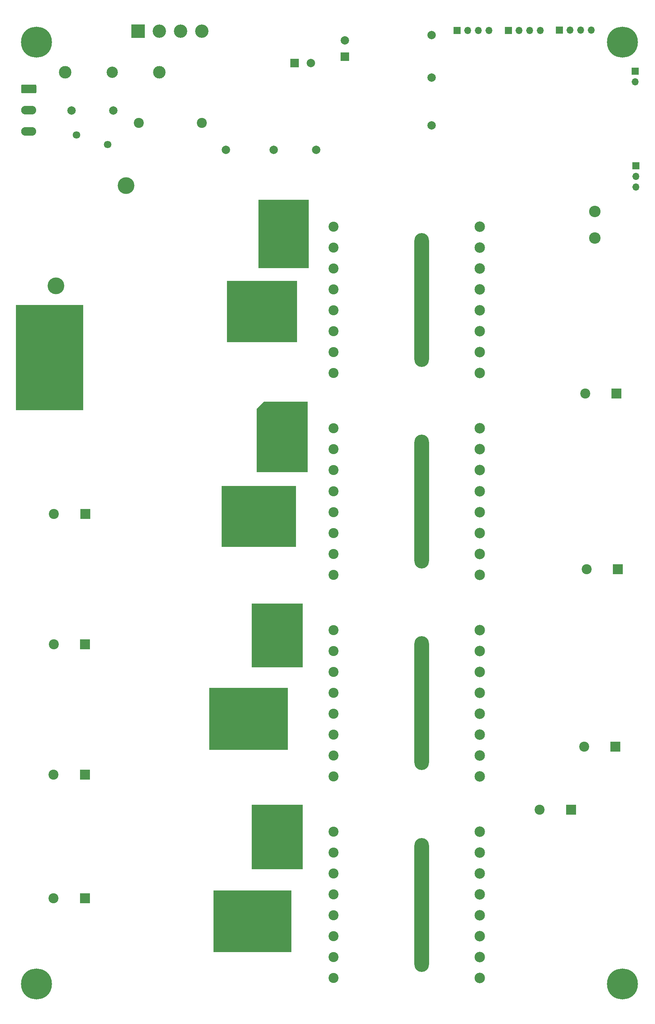
<source format=gbs>
%TF.GenerationSoftware,KiCad,Pcbnew,(5.1.2)-2*%
%TF.CreationDate,2020-11-17T15:03:31-05:00*%
%TF.ProjectId,multiphase_converter,6d756c74-6970-4686-9173-655f636f6e76,rev?*%
%TF.SameCoordinates,Original*%
%TF.FileFunction,Soldermask,Bot*%
%TF.FilePolarity,Negative*%
%FSLAX46Y46*%
G04 Gerber Fmt 4.6, Leading zero omitted, Abs format (unit mm)*
G04 Created by KiCad (PCBNEW (5.1.2)-2) date 2020-11-17 15:03:31*
%MOMM*%
%LPD*%
G04 APERTURE LIST*
%ADD10C,0.100000*%
%ADD11O,1.700000X1.700000*%
%ADD12R,1.700000X1.700000*%
%ADD13O,3.500000X32.000000*%
%ADD14C,2.500000*%
%ADD15C,2.400000*%
%ADD16C,2.750000*%
%ADD17C,7.400000*%
%ADD18C,1.800000*%
%ADD19C,2.000000*%
%ADD20R,2.000000X2.000000*%
%ADD21C,4.000000*%
%ADD22O,3.600000X2.080000*%
%ADD23C,2.080000*%
%ADD24C,2.700000*%
%ADD25C,3.000000*%
%ADD26R,3.200000X3.200000*%
%ADD27C,3.200000*%
%ADD28R,2.400000X2.400000*%
G04 APERTURE END LIST*
D10*
G36*
X56000000Y-112850000D02*
G01*
X40000000Y-112850000D01*
X40000000Y-87750000D01*
X56000000Y-87750000D01*
X56000000Y-112850000D01*
G37*
X56000000Y-112850000D02*
X40000000Y-112850000D01*
X40000000Y-87750000D01*
X56000000Y-87750000D01*
X56000000Y-112850000D01*
G36*
X110000000Y-78850000D02*
G01*
X98000000Y-78850000D01*
X98000000Y-62650000D01*
X110000000Y-62650000D01*
X110000000Y-78850000D01*
G37*
X110000000Y-78850000D02*
X98000000Y-78850000D01*
X98000000Y-62650000D01*
X110000000Y-62650000D01*
X110000000Y-78850000D01*
G36*
X105800000Y-242350000D02*
G01*
X87300000Y-242350000D01*
X87300000Y-227700000D01*
X105800000Y-227700000D01*
X105800000Y-242350000D01*
G37*
X105800000Y-242350000D02*
X87300000Y-242350000D01*
X87300000Y-227700000D01*
X105800000Y-227700000D01*
X105800000Y-242350000D01*
G36*
X108550000Y-222550000D02*
G01*
X96450000Y-222550000D01*
X96450000Y-207250000D01*
X108550000Y-207250000D01*
X108550000Y-222550000D01*
G37*
X108550000Y-222550000D02*
X96450000Y-222550000D01*
X96450000Y-207250000D01*
X108550000Y-207250000D01*
X108550000Y-222550000D01*
G36*
X105000000Y-194000000D02*
G01*
X86300000Y-194000000D01*
X86300000Y-179250000D01*
X105000000Y-179250000D01*
X105000000Y-194000000D01*
G37*
X105000000Y-194000000D02*
X86300000Y-194000000D01*
X86300000Y-179250000D01*
X105000000Y-179250000D01*
X105000000Y-194000000D01*
G36*
X108550000Y-174300000D02*
G01*
X96450000Y-174300000D01*
X96400000Y-159100000D01*
X108550000Y-159100000D01*
X108550000Y-174300000D01*
G37*
X108550000Y-174300000D02*
X96450000Y-174300000D01*
X96400000Y-159100000D01*
X108550000Y-159100000D01*
X108550000Y-174300000D01*
G36*
X106950000Y-145500000D02*
G01*
X89250000Y-145500000D01*
X89250000Y-131000000D01*
X106950000Y-131000000D01*
X106950000Y-145500000D01*
G37*
X106950000Y-145500000D02*
X89250000Y-145500000D01*
X89250000Y-131000000D01*
X106950000Y-131000000D01*
X106950000Y-145500000D01*
G36*
X109700000Y-127650000D02*
G01*
X97600000Y-127650000D01*
X97600000Y-112650000D01*
X99300000Y-110900000D01*
X109750000Y-110900000D01*
X109700000Y-127650000D01*
G37*
X109700000Y-127650000D02*
X97600000Y-127650000D01*
X97600000Y-112650000D01*
X99300000Y-110900000D01*
X109750000Y-110900000D01*
X109700000Y-127650000D01*
G36*
X107200000Y-96550000D02*
G01*
X90500000Y-96550000D01*
X90500000Y-82000000D01*
X107200000Y-82000000D01*
X107200000Y-96550000D01*
G37*
X107200000Y-96550000D02*
X90500000Y-96550000D01*
X90500000Y-82000000D01*
X107200000Y-82000000D01*
X107200000Y-96550000D01*
D11*
%TO.C,J7*%
X188250000Y-59580000D03*
X188250000Y-57040000D03*
D12*
X188250000Y-54500000D03*
%TD*%
D11*
%TO.C,J6*%
X188100000Y-34400000D03*
D12*
X188100000Y-31860000D03*
%TD*%
D13*
%TO.C,T4*%
X137050000Y-231150000D03*
D14*
X150950000Y-233650000D03*
X150950000Y-238650000D03*
X150950000Y-243650000D03*
X150950000Y-248650000D03*
X150950000Y-228650000D03*
X150950000Y-223650000D03*
X150950000Y-213650000D03*
X150950000Y-218650000D03*
D15*
X115950000Y-233650000D03*
X115950000Y-243650000D03*
X115950000Y-228650000D03*
X115950000Y-248650000D03*
X115950000Y-238650000D03*
X115950000Y-223650000D03*
X115950000Y-213650000D03*
X115950000Y-218650000D03*
%TD*%
D13*
%TO.C,T3*%
X137050000Y-182950000D03*
D14*
X150950000Y-185450000D03*
X150950000Y-190450000D03*
X150950000Y-195450000D03*
X150950000Y-200450000D03*
X150950000Y-180450000D03*
X150950000Y-175450000D03*
X150950000Y-165450000D03*
X150950000Y-170450000D03*
D15*
X115950000Y-185450000D03*
X115950000Y-195450000D03*
X115950000Y-180450000D03*
X115950000Y-200450000D03*
X115950000Y-190450000D03*
X115950000Y-175450000D03*
X115950000Y-165450000D03*
X115950000Y-170450000D03*
%TD*%
D13*
%TO.C,T2*%
X137050000Y-134750000D03*
D14*
X150950000Y-137250000D03*
X150950000Y-142250000D03*
X150950000Y-147250000D03*
X150950000Y-152250000D03*
X150950000Y-132250000D03*
X150950000Y-127250000D03*
X150950000Y-117250000D03*
X150950000Y-122250000D03*
D15*
X115950000Y-137250000D03*
X115950000Y-147250000D03*
X115950000Y-132250000D03*
X115950000Y-152250000D03*
X115950000Y-142250000D03*
X115950000Y-127250000D03*
X115950000Y-117250000D03*
X115950000Y-122250000D03*
%TD*%
D13*
%TO.C,T1*%
X137050000Y-86550000D03*
D14*
X150950000Y-89050000D03*
X150950000Y-94050000D03*
X150950000Y-99050000D03*
X150950000Y-104050000D03*
X150950000Y-84050000D03*
X150950000Y-79050000D03*
X150950000Y-69050000D03*
X150950000Y-74050000D03*
D15*
X115950000Y-89050000D03*
X115950000Y-99050000D03*
X115950000Y-84050000D03*
X115950000Y-104050000D03*
X115950000Y-94050000D03*
X115950000Y-79050000D03*
X115950000Y-69050000D03*
X115950000Y-74050000D03*
%TD*%
D16*
%TO.C,J3*%
X178450000Y-65425000D03*
X178450000Y-71775000D03*
%TD*%
D11*
%TO.C,J5*%
X177620000Y-22050000D03*
X175080000Y-22050000D03*
X172540000Y-22050000D03*
D12*
X170000000Y-22050000D03*
%TD*%
D11*
%TO.C,J4*%
X165420000Y-22100000D03*
X162880000Y-22100000D03*
X160340000Y-22100000D03*
D12*
X157800000Y-22100000D03*
%TD*%
D17*
%TO.C,H4*%
X44900000Y-250100000D03*
%TD*%
%TO.C,H3*%
X185100000Y-250100000D03*
%TD*%
%TO.C,H2*%
X185050000Y-24900000D03*
%TD*%
%TO.C,H1*%
X44900000Y-24900000D03*
%TD*%
D18*
%TO.C,RV1*%
X54500000Y-47100000D03*
X62000000Y-49400000D03*
%TD*%
D19*
%TO.C,PS2*%
X139460000Y-23210000D03*
X139460000Y-44800000D03*
X139460000Y-33370000D03*
X118700000Y-24500000D03*
D20*
X118700000Y-28400000D03*
%TD*%
D19*
%TO.C,PS1*%
X111840000Y-50710000D03*
X90250000Y-50710000D03*
X101680000Y-50710000D03*
X110550000Y-29950000D03*
D20*
X106650000Y-29950000D03*
%TD*%
D21*
%TO.C,L1*%
X49625784Y-83159620D03*
X66374216Y-59240380D03*
%TD*%
D22*
%TO.C,J2*%
X43100000Y-46260000D03*
X43100000Y-41180000D03*
D10*
G36*
X44674505Y-35061204D02*
G01*
X44698773Y-35064804D01*
X44722572Y-35070765D01*
X44745671Y-35079030D01*
X44767850Y-35089520D01*
X44788893Y-35102132D01*
X44808599Y-35116747D01*
X44826777Y-35133223D01*
X44843253Y-35151401D01*
X44857868Y-35171107D01*
X44870480Y-35192150D01*
X44880970Y-35214329D01*
X44889235Y-35237428D01*
X44895196Y-35261227D01*
X44898796Y-35285495D01*
X44900000Y-35309999D01*
X44900000Y-36890001D01*
X44898796Y-36914505D01*
X44895196Y-36938773D01*
X44889235Y-36962572D01*
X44880970Y-36985671D01*
X44870480Y-37007850D01*
X44857868Y-37028893D01*
X44843253Y-37048599D01*
X44826777Y-37066777D01*
X44808599Y-37083253D01*
X44788893Y-37097868D01*
X44767850Y-37110480D01*
X44745671Y-37120970D01*
X44722572Y-37129235D01*
X44698773Y-37135196D01*
X44674505Y-37138796D01*
X44650001Y-37140000D01*
X41549999Y-37140000D01*
X41525495Y-37138796D01*
X41501227Y-37135196D01*
X41477428Y-37129235D01*
X41454329Y-37120970D01*
X41432150Y-37110480D01*
X41411107Y-37097868D01*
X41391401Y-37083253D01*
X41373223Y-37066777D01*
X41356747Y-37048599D01*
X41342132Y-37028893D01*
X41329520Y-37007850D01*
X41319030Y-36985671D01*
X41310765Y-36962572D01*
X41304804Y-36938773D01*
X41301204Y-36914505D01*
X41300000Y-36890001D01*
X41300000Y-35309999D01*
X41301204Y-35285495D01*
X41304804Y-35261227D01*
X41310765Y-35237428D01*
X41319030Y-35214329D01*
X41329520Y-35192150D01*
X41342132Y-35171107D01*
X41356747Y-35151401D01*
X41373223Y-35133223D01*
X41391401Y-35116747D01*
X41411107Y-35102132D01*
X41432150Y-35089520D01*
X41454329Y-35079030D01*
X41477428Y-35070765D01*
X41501227Y-35064804D01*
X41525495Y-35061204D01*
X41549999Y-35060000D01*
X44650001Y-35060000D01*
X44674505Y-35061204D01*
X44674505Y-35061204D01*
G37*
D23*
X43100000Y-36100000D03*
%TD*%
D11*
%TO.C,J1*%
X153170000Y-22150000D03*
X150630000Y-22150000D03*
X148090000Y-22150000D03*
D12*
X145550000Y-22150000D03*
%TD*%
D24*
%TO.C,F1*%
X63050000Y-32100000D03*
D25*
X51800000Y-32100000D03*
X74300000Y-32100000D03*
%TD*%
D26*
%TO.C,D2*%
X69200000Y-22300000D03*
D27*
X74280000Y-22300000D03*
X79360000Y-22300000D03*
X84440000Y-22300000D03*
%TD*%
D15*
%TO.C,C31*%
X165250000Y-208400000D03*
D28*
X172750000Y-208400000D03*
%TD*%
D15*
%TO.C,C30*%
X175900000Y-193300000D03*
D28*
X183400000Y-193300000D03*
%TD*%
D15*
%TO.C,C29*%
X176500000Y-150950000D03*
D28*
X184000000Y-150950000D03*
%TD*%
D15*
%TO.C,C28*%
X176150000Y-108950000D03*
D28*
X183650000Y-108950000D03*
%TD*%
D15*
%TO.C,C23*%
X49000000Y-229600000D03*
D28*
X56500000Y-229600000D03*
%TD*%
D15*
%TO.C,C22*%
X49000000Y-200016666D03*
D28*
X56500000Y-200016666D03*
%TD*%
D15*
%TO.C,C21*%
X49050000Y-168883333D03*
D28*
X56550000Y-168883333D03*
%TD*%
D15*
%TO.C,C20*%
X49100000Y-137750000D03*
D28*
X56600000Y-137750000D03*
%TD*%
D15*
%TO.C,C15*%
X84450000Y-44250000D03*
X69450000Y-44250000D03*
%TD*%
D19*
%TO.C,C10*%
X53300000Y-41300000D03*
X63300000Y-41300000D03*
%TD*%
M02*

</source>
